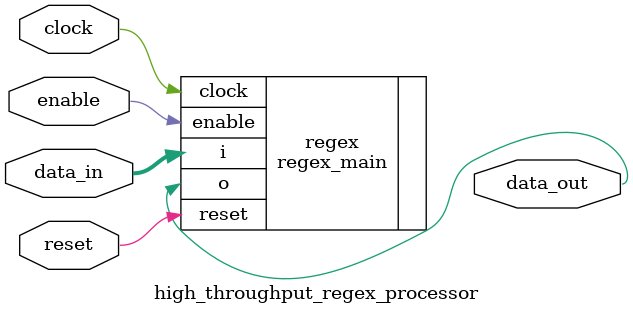
<source format=v>
module high_throughput_regex_processor
#(
    parameter REPLICATION_FACTOR = 3
) (
    input  wire clock,
    input  wire reset,
    input  wire enable,

    input  wire [8 * REPLICATION_FACTOR - 1:0] data_in,
    output wire                                data_out
);

    regex_main regex
    (
        .clock(clock),
        .reset(reset),
        .enable(enable),

        .i(data_in),
        .o(data_out)
    );

endmodule
</source>
